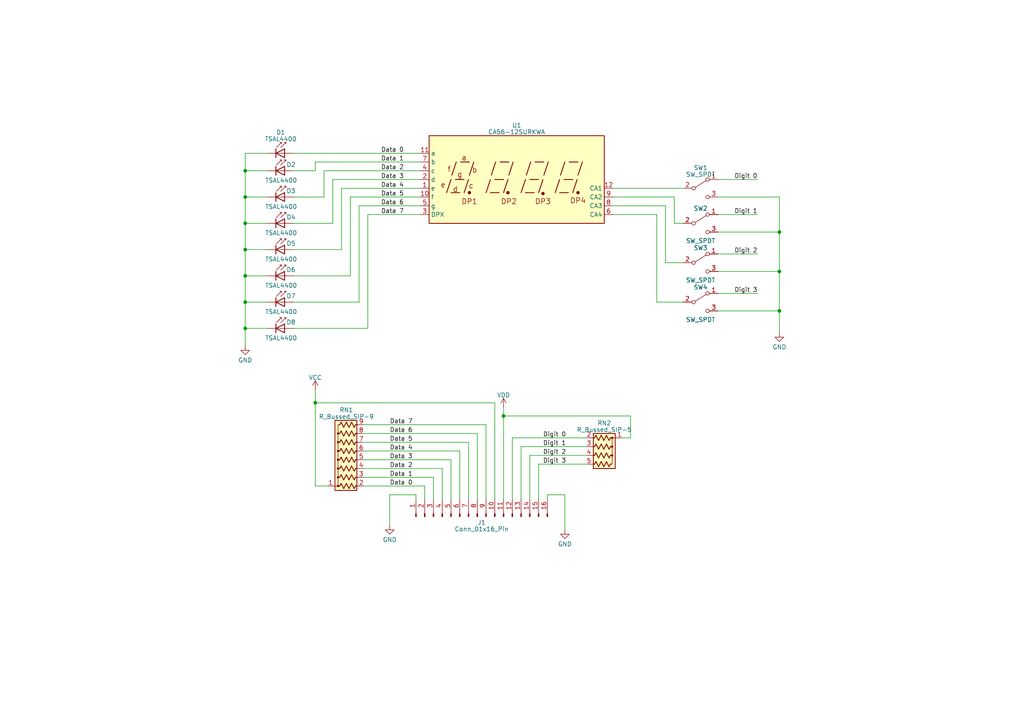
<source format=kicad_sch>
(kicad_sch (version 20230121) (generator eeschema)
  (paper "A4")
  (title_block (title "Output Display") (date "2023-03-08") (rev "1") (company "Out-of-Band Development") (comment 1 "Matthew Whited"))
  (lib_symbols
    (symbol "Connector:Conn_01x16_Pin" (pin_names (offset 1.016) hide)
      (property "Reference" "J" (at 0 20.32 0))
      (property "Value" "Conn_01x16_Pin" (at 0 -22.86 0))
      (symbol "Conn_01x16_Pin_1_1"
        (polyline (pts (xy 1.27 -20.32) (xy 0.8636 -20.32)) (stroke (width 0.1524)))
        (polyline (pts (xy 1.27 -17.78) (xy 0.8636 -17.78)) (stroke (width 0.1524)))
        (polyline (pts (xy 1.27 -15.24) (xy 0.8636 -15.24)) (stroke (width 0.1524)))
        (polyline (pts (xy 1.27 -12.7) (xy 0.8636 -12.7)) (stroke (width 0.1524)))
        (polyline (pts (xy 1.27 -10.16) (xy 0.8636 -10.16)) (stroke (width 0.1524)))
        (polyline (pts (xy 1.27 -7.62) (xy 0.8636 -7.62)) (stroke (width 0.1524)))
        (polyline (pts (xy 1.27 -5.08) (xy 0.8636 -5.08)) (stroke (width 0.1524)))
        (polyline (pts (xy 1.27 -2.54) (xy 0.8636 -2.54)) (stroke (width 0.1524)))
        (polyline (pts (xy 1.27 0) (xy 0.8636 0)) (stroke (width 0.1524)))
        (polyline (pts (xy 1.27 2.54) (xy 0.8636 2.54)) (stroke (width 0.1524)))
        (polyline (pts (xy 1.27 5.08) (xy 0.8636 5.08)) (stroke (width 0.1524)))
        (polyline (pts (xy 1.27 7.62) (xy 0.8636 7.62)) (stroke (width 0.1524)))
        (polyline (pts (xy 1.27 10.16) (xy 0.8636 10.16)) (stroke (width 0.1524)))
        (polyline (pts (xy 1.27 12.7) (xy 0.8636 12.7)) (stroke (width 0.1524)))
        (polyline (pts (xy 1.27 15.24) (xy 0.8636 15.24)) (stroke (width 0.1524)))
        (polyline (pts (xy 1.27 17.78) (xy 0.8636 17.78)) (stroke (width 0.1524)))
        (rectangle (start 0.8636 -20.193) (end 0 -20.447) (stroke (width 0.1524)) (fill (type outline)))
        (rectangle (start 0.8636 -17.653) (end 0 -17.907) (stroke (width 0.1524)) (fill (type outline)))
        (rectangle (start 0.8636 -15.113) (end 0 -15.367) (stroke (width 0.1524)) (fill (type outline)))
        (rectangle (start 0.8636 -12.573) (end 0 -12.827) (stroke (width 0.1524)) (fill (type outline)))
        (rectangle (start 0.8636 -10.033) (end 0 -10.287) (stroke (width 0.1524)) (fill (type outline)))
        (rectangle (start 0.8636 -7.493) (end 0 -7.747) (stroke (width 0.1524)) (fill (type outline)))
        (rectangle (start 0.8636 -4.953) (end 0 -5.207) (stroke (width 0.1524)) (fill (type outline)))
        (rectangle (start 0.8636 -2.413) (end 0 -2.667) (stroke (width 0.1524)) (fill (type outline)))
        (rectangle (start 0.8636 0.127) (end 0 -0.127) (stroke (width 0.1524)) (fill (type outline)))
        (rectangle (start 0.8636 2.667) (end 0 2.413) (stroke (width 0.1524)) (fill (type outline)))
        (rectangle (start 0.8636 5.207) (end 0 4.953) (stroke (width 0.1524)) (fill (type outline)))
        (rectangle (start 0.8636 7.747) (end 0 7.493) (stroke (width 0.1524)) (fill (type outline)))
        (rectangle (start 0.8636 10.287) (end 0 10.033) (stroke (width 0.1524)) (fill (type outline)))
        (rectangle (start 0.8636 12.827) (end 0 12.573) (stroke (width 0.1524)) (fill (type outline)))
        (rectangle (start 0.8636 15.367) (end 0 15.113) (stroke (width 0.1524)) (fill (type outline)))
        (rectangle (start 0.8636 17.907) (end 0 17.653) (stroke (width 0.1524)) (fill (type outline)))
        (pin passive line (at 5.08 17.78 180) (length 3.81) (name "Pin_1") (number "1"))
        (pin passive line (at 5.08 -5.08 180) (length 3.81) (name "Pin_10") (number "10"))
        (pin passive line (at 5.08 -7.62 180) (length 3.81) (name "Pin_11") (number "11"))
        (pin passive line (at 5.08 -10.16 180) (length 3.81) (name "Pin_12") (number "12"))
        (pin passive line (at 5.08 -12.7 180) (length 3.81) (name "Pin_13") (number "13"))
        (pin passive line (at 5.08 -15.24 180) (length 3.81) (name "Pin_14") (number "14"))
        (pin passive line (at 5.08 -17.78 180) (length 3.81) (name "Pin_15") (number "15"))
        (pin passive line (at 5.08 -20.32 180) (length 3.81) (name "Pin_16") (number "16"))
        (pin passive line (at 5.08 15.24 180) (length 3.81) (name "Pin_2") (number "2"))
        (pin passive line (at 5.08 12.7 180) (length 3.81) (name "Pin_3") (number "3"))
        (pin passive line (at 5.08 10.16 180) (length 3.81) (name "Pin_4") (number "4"))
        (pin passive line (at 5.08 7.62 180) (length 3.81) (name "Pin_5") (number "5"))
        (pin passive line (at 5.08 5.08 180) (length 3.81) (name "Pin_6") (number "6"))
        (pin passive line (at 5.08 2.54 180) (length 3.81) (name "Pin_7") (number "7"))
        (pin passive line (at 5.08 0 180) (length 3.81) (name "Pin_8") (number "8"))
        (pin passive line (at 5.08 -2.54 180) (length 3.81) (name "Pin_9") (number "9"))
      )
    )
    (symbol "Display_Character:CA56-12SURKWA"
      (property "Reference" "U" (at -24.13 13.97 0))
      (property "Value" "CA56-12SURKWA" (at 17.78 13.97 0))
      (symbol "CA56-12SURKWA_0_0"
        (rectangle (start -25.4 12.7) (end 25.4 -12.7) (stroke (width 0.254)) (fill (type background)))
        (polyline (pts (xy -20.32 -3.81) (xy -19.05 0)) (stroke (width 0.254)))
        (polyline (pts (xy -19.05 -3.81) (xy -16.51 -3.81)) (stroke (width 0.254)))
        (polyline (pts (xy -18.796 1.27) (xy -17.526 5.08)) (stroke (width 0.254)))
        (polyline (pts (xy -17.78 0) (xy -15.24 0)) (stroke (width 0.254)))
        (polyline (pts (xy -16.256 5.08) (xy -13.716 5.08)) (stroke (width 0.254)))
        (polyline (pts (xy -15.24 -3.81) (xy -13.97 0)) (stroke (width 0.254)))
        (polyline (pts (xy -13.716 1.27) (xy -12.446 5.08)) (stroke (width 0.254)))
        (polyline (pts (xy -8.89 -3.81) (xy -7.62 0)) (stroke (width 0.254)))
        (polyline (pts (xy -7.62 -3.81) (xy -5.08 -3.81)) (stroke (width 0.254)))
        (polyline (pts (xy -7.366 1.27) (xy -6.096 5.08)) (stroke (width 0.254)))
        (polyline (pts (xy -6.35 0) (xy -3.81 0)) (stroke (width 0.254)))
        (polyline (pts (xy -4.826 5.08) (xy -2.286 5.08)) (stroke (width 0.254)))
        (polyline (pts (xy -3.81 -3.81) (xy -2.54 0)) (stroke (width 0.254)))
        (polyline (pts (xy -2.286 1.27) (xy -1.016 5.08)) (stroke (width 0.254)))
        (polyline (pts (xy 1.27 -3.81) (xy 2.54 0)) (stroke (width 0.254)))
        (polyline (pts (xy 2.54 -3.81) (xy 5.08 -3.81)) (stroke (width 0.254)))
        (polyline (pts (xy 2.794 1.27) (xy 4.064 5.08)) (stroke (width 0.254)))
        (polyline (pts (xy 3.81 0) (xy 6.35 0)) (stroke (width 0.254)))
        (polyline (pts (xy 5.334 5.08) (xy 7.874 5.08)) (stroke (width 0.254)))
        (polyline (pts (xy 6.35 -3.81) (xy 7.62 0)) (stroke (width 0.254)))
        (polyline (pts (xy 7.874 1.27) (xy 9.144 5.08)) (stroke (width 0.254)))
        (polyline (pts (xy 11.176 -3.81) (xy 12.446 0)) (stroke (width 0.254)))
        (polyline (pts (xy 12.446 -3.81) (xy 14.986 -3.81)) (stroke (width 0.254)))
        (polyline (pts (xy 12.7 1.27) (xy 13.97 5.08)) (stroke (width 0.254)))
        (polyline (pts (xy 13.716 0) (xy 16.256 0)) (stroke (width 0.254)))
        (polyline (pts (xy 15.24 5.08) (xy 17.78 5.08)) (stroke (width 0.254)))
        (polyline (pts (xy 16.256 -3.81) (xy 17.526 0)) (stroke (width 0.254)))
        (polyline (pts (xy 17.78 1.27) (xy 19.05 5.08)) (stroke (width 0.254)))
        (text "a" (at -15.24 6.35 0) (effects (font (size 1.524 1.524))))
        (text "b" (at -12.192 2.794 0) (effects (font (size 1.524 1.524))))
        (text "c" (at -13.208 -1.778 0) (effects (font (size 1.524 1.524))))
        (text "d" (at -17.78 -2.794 0) (effects (font (size 1.524 1.524))))
        (text "DP1" (at -13.716 -6.35 0) (effects (font (size 1.524 1.524))))
        (text "DP2" (at -2.286 -6.35 0) (effects (font (size 1.524 1.524))))
        (text "DP3" (at 7.62 -6.35 0) (effects (font (size 1.524 1.524))))
        (text "DP4" (at 17.78 -6.096 0) (effects (font (size 1.524 1.524))))
        (text "e" (at -21.336 -1.524 0) (effects (font (size 1.524 1.524))))
        (text "f" (at -19.558 3.048 0) (effects (font (size 1.524 1.524))))
        (text "g" (at -16.51 1.524 0) (effects (font (size 1.524 1.524))))
      )
      (symbol "CA56-12SURKWA_0_1"
        (circle (center -13.716 -3.81) (radius 0.3556) (stroke (width 0.254)) (fill (type outline)))
        (circle (center -2.54 -3.81) (radius 0.3556) (stroke (width 0.254)) (fill (type outline)))
      )
      (symbol "CA56-12SURKWA_1_0"
        (circle (center 7.62 -4.064) (radius 0.3556) (stroke (width 0.254)) (fill (type outline)))
        (circle (center 17.78 -3.81) (radius 0.3556) (stroke (width 0.254)) (fill (type outline)))
      )
      (symbol "CA56-12SURKWA_1_1"
        (pin input line (at -27.94 -2.54 0) (length 2.54) (name "e") (number "1"))
        (pin input line (at -27.94 -5.08 0) (length 2.54) (name "f") (number "10"))
        (pin input line (at -27.94 7.62 0) (length 2.54) (name "a") (number "11"))
        (pin input line (at 27.94 -2.54 180) (length 2.54) (name "CA1") (number "12"))
        (pin input line (at -27.94 0 0) (length 2.54) (name "d") (number "2"))
        (pin input line (at -27.94 -10.16 0) (length 2.54) (name "DPX") (number "3"))
        (pin input line (at -27.94 2.54 0) (length 2.54) (name "c") (number "4"))
        (pin input line (at -27.94 -7.62 0) (length 2.54) (name "g") (number "5"))
        (pin input line (at 27.94 -10.16 180) (length 2.54) (name "CA4") (number "6"))
        (pin input line (at -27.94 5.08 0) (length 2.54) (name "b") (number "7"))
        (pin input line (at 27.94 -7.62 180) (length 2.54) (name "CA3") (number "8"))
        (pin input line (at 27.94 -5.08 180) (length 2.54) (name "CA2") (number "9"))
      )
    )
    (symbol "LED:TSAL4400" (pin_numbers hide) (pin_names (offset 1.016) hide)
      (property "Reference" "D" (at 0.508 1.778 0))
      (property "Value" "TSAL4400" (at -1.016 -2.794 0))
      (symbol "TSAL4400_0_1"
        (polyline (pts (xy -2.54 1.27) (xy -2.54 -1.27)) (stroke (width 0.254)))
        (polyline (pts (xy 0 0) (xy -2.54 0)))
        (polyline (pts (xy 0.381 3.175) (xy -0.127 3.175)))
        (polyline (pts (xy -1.143 1.651) (xy 0.381 3.175) (xy 0.381 2.667)))
        (polyline (pts (xy 0 1.27) (xy -2.54 0) (xy 0 -1.27) (xy 0 1.27)) (stroke (width 0.254)))
        (polyline (pts (xy -2.413 1.651) (xy -0.889 3.175) (xy -0.889 2.667) (xy -0.889 3.175) (xy -1.397 3.175)))
      )
      (symbol "TSAL4400_1_1"
        (pin passive line (at -5.08 0 0) (length 2.54) (name "K") (number "1"))
        (pin passive line (at 2.54 0 180) (length 2.54) (name "A") (number "2"))
      )
    )
    (symbol "PCM_Resistor_US_AKL:R_Bussed_SIP-5" (pin_names (offset 0.002) hide)
      (property "Reference" "RN" (at 5.08 1.27 0))
      (property "Value" "R_Bussed_SIP-5" (at 5.08 -1.27 0))
      (symbol "R_Bussed_SIP-5_0_1"
        (rectangle (start -6.35 -3.175) (end 3.81 3.175) (stroke (width 0.254)) (fill (type background)))
        (circle (center -5.08 2.286) (radius 0.254) (fill (type outline)))
        (circle (center -2.54 2.286) (radius 0.254) (fill (type outline)))
        (polyline (pts (xy -5.08 -2.794) (xy -5.08 -3.81)))
        (polyline (pts (xy -5.08 -2.794) (xy -5.08 -3.048)) (stroke (width 0.254)))
        (polyline (pts (xy -5.08 1.778) (xy -5.08 2.032)) (stroke (width 0.254)))
        (polyline (pts (xy -5.08 3.81) (xy -5.08 2.54)))
        (polyline (pts (xy -2.54 -2.794) (xy -2.54 -3.81)))
        (polyline (pts (xy -2.54 -2.794) (xy -2.54 -3.048)) (stroke (width 0.254)))
        (polyline (pts (xy -2.54 1.778) (xy -2.54 2.032)) (stroke (width 0.254)))
        (polyline (pts (xy 0 -2.794) (xy 0 -3.81)))
        (polyline (pts (xy 0 -2.794) (xy 0 -3.048)) (stroke (width 0.254)))
        (polyline (pts (xy 0 1.778) (xy 0 2.032)) (stroke (width 0.254)))
        (polyline (pts (xy 2.54 -2.794) (xy 2.54 -3.81)))
        (polyline (pts (xy 2.54 -2.794) (xy 2.54 -3.048)) (stroke (width 0.254)))
        (polyline (pts (xy 2.54 1.778) (xy 2.54 2.032)) (stroke (width 0.254)))
        (polyline (pts (xy -5.08 1.778) (xy -5.08 2.286) (xy -2.54 2.286) (xy -2.54 1.778)))
        (polyline (pts (xy -2.54 1.778) (xy -2.54 2.286) (xy 0 2.286) (xy 0 1.778)))
        (polyline (pts (xy 0 1.778) (xy 0 2.286) (xy 2.54 2.286) (xy 2.54 1.778)))
        (polyline (pts (xy -5.08 1.778) (xy -4.318 1.397) (xy -5.842 0.635) (xy -5.08 0.254) (xy -4.318 -0.127) (xy -5.08 -0.508) (xy -5.842 -0.889) (xy -5.08 -1.27) (xy -4.318 -1.651) (xy -5.08 -2.032) (xy -5.842 -2.413) (xy -5.08 -2.794)) (stroke (width 0.254)))
        (polyline (pts (xy -2.54 1.778) (xy -1.778 1.397) (xy -3.302 0.635) (xy -2.54 0.254) (xy -1.778 -0.127) (xy -2.54 -0.508) (xy -3.302 -0.889) (xy -2.54 -1.27) (xy -1.778 -1.651) (xy -2.54 -2.032) (xy -3.302 -2.413) (xy -2.54 -2.794)) (stroke (width 0.254)))
        (polyline (pts (xy 0 1.778) (xy 0.762 1.397) (xy -0.762 0.635) (xy 0 0.254) (xy 0.762 -0.127) (xy 0 -0.508) (xy -0.762 -0.889) (xy 0 -1.27) (xy 0.762 -1.651) (xy 0 -2.032) (xy -0.762 -2.413) (xy 0 -2.794)) (stroke (width 0.254)))
        (polyline (pts (xy 2.54 1.778) (xy 3.302 1.397) (xy 1.778 0.635) (xy 2.54 0.254) (xy 3.302 -0.127) (xy 2.54 -0.508) (xy 1.778 -0.889) (xy 2.54 -1.27) (xy 3.302 -1.651) (xy 2.54 -2.032) (xy 1.778 -2.413) (xy 2.54 -2.794)) (stroke (width 0.254)))
        (circle (center 0 2.286) (radius 0.254) (fill (type outline)))
      )
      (symbol "R_Bussed_SIP-5_1_1"
        (pin passive line (at -5.08 5.08 270) (length 1.27) (name "common") (number "1"))
        (pin passive line (at -5.08 -5.08 90) (length 1.27) (name "R1") (number "2"))
        (pin passive line (at -2.54 -5.08 90) (length 1.27) (name "R2") (number "3"))
        (pin passive line (at 0 -5.08 90) (length 1.27) (name "R3") (number "4"))
        (pin passive line (at 2.54 -5.08 90) (length 1.27) (name "R4") (number "5"))
      )
    )
    (symbol "PCM_Resistor_US_AKL:R_Bussed_SIP-9" (pin_names (offset 0.002) hide)
      (property "Reference" "RN" (at 10.16 1.27 0))
      (property "Value" "R_Bussed_SIP-9" (at 10.16 -1.27 0))
      (symbol "R_Bussed_SIP-9_0_1"
        (rectangle (start -11.43 -3.175) (end 8.89 3.175) (stroke (width 0.254)) (fill (type background)))
        (circle (center -10.16 2.286) (radius 0.254) (fill (type outline)))
        (circle (center -7.62 2.286) (radius 0.254) (fill (type outline)))
        (circle (center -5.08 2.286) (radius 0.254) (fill (type outline)))
        (circle (center -2.54 2.286) (radius 0.254) (fill (type outline)))
        (polyline (pts (xy -10.16 -2.794) (xy -10.16 -3.81)))
        (polyline (pts (xy -10.16 -2.794) (xy -10.16 -3.048)) (stroke (width 0.254)))
        (polyline (pts (xy -10.16 1.778) (xy -10.16 2.032)) (stroke (width 0.254)))
        (polyline (pts (xy -10.16 3.81) (xy -10.16 2.54)))
        (polyline (pts (xy -7.62 -2.794) (xy -7.62 -4.064)))
        (polyline (pts (xy -7.62 -2.794) (xy -7.62 -3.048)) (stroke (width 0.254)))
        (polyline (pts (xy -7.62 1.778) (xy -7.62 2.032)) (stroke (width 0.254)))
        (polyline (pts (xy -5.08 -2.794) (xy -5.08 -3.81)))
        (polyline (pts (xy -5.08 -2.794) (xy -5.08 -3.048)) (stroke (width 0.254)))
        (polyline (pts (xy -5.08 1.778) (xy -5.08 2.032)) (stroke (width 0.254)))
        (polyline (pts (xy -2.54 -2.794) (xy -2.54 -3.81)))
        (polyline (pts (xy -2.54 -2.794) (xy -2.54 -3.048)) (stroke (width 0.254)))
        (polyline (pts (xy -2.54 1.778) (xy -2.54 2.032)) (stroke (width 0.254)))
        (polyline (pts (xy 0 -2.794) (xy 0 -3.81)))
        (polyline (pts (xy 0 -2.794) (xy 0 -3.048)) (stroke (width 0.254)))
        (polyline (pts (xy 0 1.778) (xy 0 2.032)) (stroke (width 0.254)))
        (polyline (pts (xy 2.54 -2.794) (xy 2.54 -3.81)))
        (polyline (pts (xy 2.54 -2.794) (xy 2.54 -3.048)) (stroke (width 0.254)))
        (polyline (pts (xy 2.54 1.778) (xy 2.54 2.032)) (stroke (width 0.254)))
        (polyline (pts (xy 5.08 -2.794) (xy 5.08 -3.81)))
        (polyline (pts (xy 5.08 -2.794) (xy 5.08 -3.048)) (stroke (width 0.254)))
        (polyline (pts (xy 5.08 1.778) (xy 5.08 2.032)) (stroke (width 0.254)))
        (polyline (pts (xy 7.62 -2.794) (xy 7.62 -3.81)))
        (polyline (pts (xy 7.62 -2.794) (xy 7.62 -3.048)) (stroke (width 0.254)))
        (polyline (pts (xy 7.62 1.778) (xy 7.62 2.032)) (stroke (width 0.254)))
        (polyline (pts (xy -10.16 1.778) (xy -10.16 2.286) (xy -7.62 2.286) (xy -7.62 1.778)))
        (polyline (pts (xy -7.62 1.778) (xy -7.62 2.286) (xy -5.08 2.286) (xy -5.08 1.778)))
        (polyline (pts (xy -5.08 1.778) (xy -5.08 2.286) (xy -2.54 2.286) (xy -2.54 1.778)))
        (polyline (pts (xy -2.54 1.778) (xy -2.54 2.286) (xy 0 2.286) (xy 0 1.778)))
        (polyline (pts (xy 0 1.778) (xy 0 2.286) (xy 2.54 2.286) (xy 2.54 1.778)))
        (polyline (pts (xy 2.54 1.778) (xy 2.54 2.286) (xy 5.08 2.286) (xy 5.08 1.778)))
        (polyline (pts (xy 5.08 1.778) (xy 5.08 2.286) (xy 7.62 2.286) (xy 7.62 1.778)))
        (polyline (pts (xy -10.16 1.778) (xy -9.398 1.397) (xy -10.922 0.635) (xy -10.16 0.254) (xy -9.398 -0.127) (xy -10.16 -0.508) (xy -10.922 -0.889) (xy -10.16 -1.27) (xy -9.398 -1.651) (xy -10.16 -2.032) (xy -10.922 -2.413) (xy -10.16 -2.794)) (stroke (width 0.254)))
        (polyline (pts (xy -7.62 1.778) (xy -6.858 1.397) (xy -8.382 0.635) (xy -7.62 0.254) (xy -6.858 -0.127) (xy -7.62 -0.508) (xy -8.382 -0.889) (xy -7.62 -1.27) (xy -6.858 -1.651) (xy -7.62 -2.032) (xy -8.382 -2.413) (xy -7.62 -2.794)) (stroke (width 0.254)))
        (polyline (pts (xy -5.08 1.778) (xy -4.318 1.397) (xy -5.842 0.635) (xy -5.08 0.254) (xy -4.318 -0.127) (xy -5.08 -0.508) (xy -5.842 -0.889) (xy -5.08 -1.27) (xy -4.318 -1.651) (xy -5.08 -2.032) (xy -5.842 -2.413) (xy -5.08 -2.794)) (stroke (width 0.254)))
        (polyline (pts (xy -2.54 1.778) (xy -1.778 1.397) (xy -3.302 0.635) (xy -2.54 0.254) (xy -1.778 -0.127) (xy -2.54 -0.508) (xy -3.302 -0.889) (xy -2.54 -1.27) (xy -1.778 -1.651) (xy -2.54 -2.032) (xy -3.302 -2.413) (xy -2.54 -2.794)) (stroke (width 0.254)))
        (polyline (pts (xy 0 1.778) (xy 0.762 1.397) (xy -0.762 0.635) (xy 0 0.254) (xy 0.762 -0.127) (xy 0 -0.508) (xy -0.762 -0.889) (xy 0 -1.27) (xy 0.762 -1.651) (xy 0 -2.032) (xy -0.762 -2.413) (xy 0 -2.794)) (stroke (width 0.254)))
        (polyline (pts (xy 2.54 1.778) (xy 3.302 1.397) (xy 1.778 0.635) (xy 2.54 0.254) (xy 3.302 -0.127) (xy 2.54 -0.508) (xy 1.778 -0.889) (xy 2.54 -1.27) (xy 3.302 -1.651) (xy 2.54 -2.032) (xy 1.778 -2.413) (xy 2.54 -2.794)) (stroke (width 0.254)))
        (polyline (pts (xy 5.08 1.778) (xy 5.842 1.397) (xy 4.318 0.635) (xy 5.08 0.254) (xy 5.842 -0.127) (xy 5.08 -0.508) (xy 4.318 -0.889) (xy 5.08 -1.27) (xy 5.842 -1.651) (xy 5.08 -2.032) (xy 4.318 -2.413) (xy 5.08 -2.794)) (stroke (width 0.254)))
        (polyline (pts (xy 7.62 1.778) (xy 8.382 1.397) (xy 6.858 0.635) (xy 7.62 0.254) (xy 8.382 -0.127) (xy 7.62 -0.508) (xy 6.858 -0.889) (xy 7.62 -1.27) (xy 8.382 -1.651) (xy 7.62 -2.032) (xy 6.858 -2.413) (xy 7.62 -2.794)) (stroke (width 0.254)))
        (circle (center 0 2.286) (radius 0.254) (fill (type outline)))
        (circle (center 2.54 2.286) (radius 0.254) (fill (type outline)))
        (circle (center 5.08 2.286) (radius 0.254) (fill (type outline)))
      )
      (symbol "R_Bussed_SIP-9_1_1"
        (pin passive line (at -10.16 5.08 270) (length 1.27) (name "common") (number "1"))
        (pin passive line (at -10.16 -5.08 90) (length 1.27) (name "R1") (number "2"))
        (pin passive line (at -7.62 -5.08 90) (length 1.27) (name "R2") (number "3"))
        (pin passive line (at -5.08 -5.08 90) (length 1.27) (name "R3") (number "4"))
        (pin passive line (at -2.54 -5.08 90) (length 1.27) (name "R4") (number "5"))
        (pin passive line (at 0 -5.08 90) (length 1.27) (name "R5") (number "6"))
        (pin passive line (at 2.54 -5.08 90) (length 1.27) (name "R6") (number "7"))
        (pin passive line (at 5.08 -5.08 90) (length 1.27) (name "R7") (number "8"))
        (pin passive line (at 7.62 -5.08 90) (length 1.27) (name "R8") (number "9"))
      )
    )
    (symbol "Switch:SW_SPDT" (pin_names (offset 0) hide)
      (property "Reference" "SW" (at 0 4.318 0))
      (property "Value" "SW_SPDT" (at 0 -5.08 0))
      (symbol "SW_SPDT_0_0"
        (circle (center -2.032 0) (radius 0.508))
        (circle (center 2.032 -2.54) (radius 0.508))
      )
      (symbol "SW_SPDT_0_1"
        (polyline (pts (xy -1.524 0.254) (xy 1.651 2.286)))
        (circle (center 2.032 2.54) (radius 0.508))
      )
      (symbol "SW_SPDT_1_1"
        (pin passive line (at 5.08 2.54 180) (length 2.54) (name "A") (number "1"))
        (pin passive line (at -5.08 0 0) (length 2.54) (name "B") (number "2"))
        (pin passive line (at 5.08 -2.54 180) (length 2.54) (name "C") (number "3"))
      )
    )
    (symbol "power:GND" (power) (pin_names (offset 0))
      (property "Value" "GND" (at 0 -3.81 0))
      (symbol "GND_0_1"
        (polyline (pts (xy 0 0) (xy 0 -1.27) (xy 1.27 -1.27) (xy 0 -2.54) (xy -1.27 -1.27) (xy 0 -1.27)))
      )
      (symbol "GND_1_1"
        (pin power_in line (at 0 0 270) (length 0) hide (name "GND") (number "1"))
      )
    )
    (symbol "power:VCC" (power) (pin_names (offset 0))
      (property "Value" "VCC" (at 0 3.81 0))
      (symbol "VCC_0_1"
        (polyline (pts (xy -0.762 1.27) (xy 0 2.54)))
        (polyline (pts (xy 0 0) (xy 0 2.54)))
        (polyline (pts (xy 0 2.54) (xy 0.762 1.27)))
      )
      (symbol "VCC_1_1"
        (pin power_in line (at 0 0 90) (length 0) hide (name "VCC") (number "1"))
      )
    )
    (symbol "power:VDD" (power) (pin_names (offset 0))
      (property "Value" "VDD" (at 0 3.81 0))
      (symbol "VDD_0_1"
        (polyline (pts (xy -0.762 1.27) (xy 0 2.54)))
        (polyline (pts (xy 0 0) (xy 0 2.54)))
        (polyline (pts (xy 0 2.54) (xy 0.762 1.27)))
      )
      (symbol "VDD_1_1"
        (pin power_in line (at 0 0 90) (length 0) hide (name "VDD") (number "1"))
      )
    )
  )
  (junction (at 226.06 67.31))
  (junction (at 71.12 49.53))
  (junction (at 71.12 80.01))
  (junction (at 71.12 87.63))
  (junction (at 91.44 116.84))
  (junction (at 71.12 72.39))
  (junction (at 146.05 120.65))
  (junction (at 71.12 95.25))
  (junction (at 226.06 78.74))
  (junction (at 226.06 90.17))
  (junction (at 71.12 57.15))
  (junction (at 71.12 64.77))
  (wire (pts (xy 133.35 144.78) (xy 133.35 130.81)))
  (wire (pts (xy 208.28 67.31) (xy 226.06 67.31)))
  (wire (pts (xy 226.06 67.31) (xy 226.06 57.15)))
  (wire (pts (xy 123.19 140.97) (xy 123.19 144.78)))
  (wire (pts (xy 121.92 57.15) (xy 101.6 57.15)))
  (wire (pts (xy 93.98 49.53) (xy 93.98 57.15)))
  (wire (pts (xy 190.5 62.23) (xy 190.5 87.63)))
  (wire (pts (xy 71.12 87.63) (xy 77.47 87.63)))
  (wire (pts (xy 121.92 59.69) (xy 104.14 59.69)))
  (wire (pts (xy 91.44 46.99) (xy 91.44 49.53)))
  (wire (pts (xy 105.41 128.27) (xy 135.89 128.27)))
  (wire (pts (xy 170.18 134.62) (xy 156.21 134.62)))
  (wire (pts (xy 146.05 120.65) (xy 182.88 120.65)))
  (wire (pts (xy 120.65 144.78) (xy 120.65 143.51)))
  (wire (pts (xy 125.73 144.78) (xy 125.73 138.43)))
  (wire (pts (xy 85.09 44.45) (xy 121.92 44.45)))
  (wire (pts (xy 193.04 76.2) (xy 198.12 76.2)))
  (wire (pts (xy 138.43 144.78) (xy 138.43 125.73)))
  (wire (pts (xy 121.92 49.53) (xy 93.98 49.53)))
  (wire (pts (xy 120.65 143.51) (xy 113.03 143.51)))
  (wire (pts (xy 91.44 49.53) (xy 85.09 49.53)))
  (wire (pts (xy 151.13 129.54) (xy 151.13 144.78)))
  (wire (pts (xy 91.44 140.97) (xy 95.25 140.97)))
  (wire (pts (xy 148.59 127) (xy 148.59 144.78)))
  (wire (pts (xy 99.06 54.61) (xy 99.06 72.39)))
  (wire (pts (xy 226.06 57.15) (xy 208.28 57.15)))
  (wire (pts (xy 106.68 95.25) (xy 85.09 95.25)))
  (wire (pts (xy 71.12 72.39) (xy 71.12 64.77)))
  (wire (pts (xy 208.28 52.07) (xy 219.71 52.07)))
  (wire (pts (xy 105.41 125.73) (xy 138.43 125.73)))
  (wire (pts (xy 91.44 116.84) (xy 91.44 140.97)))
  (wire (pts (xy 226.06 90.17) (xy 226.06 78.74)))
  (wire (pts (xy 146.05 118.11) (xy 146.05 120.65)))
  (wire (pts (xy 170.18 127) (xy 148.59 127)))
  (wire (pts (xy 158.75 143.51) (xy 163.83 143.51)))
  (wire (pts (xy 91.44 113.03) (xy 91.44 116.84)))
  (wire (pts (xy 71.12 49.53) (xy 71.12 44.45)))
  (wire (pts (xy 71.12 72.39) (xy 77.47 72.39)))
  (wire (pts (xy 140.97 123.19) (xy 140.97 144.78)))
  (wire (pts (xy 208.28 73.66) (xy 219.71 73.66)))
  (wire (pts (xy 105.41 140.97) (xy 123.19 140.97)))
  (wire (pts (xy 195.58 57.15) (xy 195.58 64.77)))
  (wire (pts (xy 128.27 135.89) (xy 105.41 135.89)))
  (wire (pts (xy 177.8 54.61) (xy 198.12 54.61)))
  (wire (pts (xy 195.58 64.77) (xy 198.12 64.77)))
  (wire (pts (xy 121.92 62.23) (xy 106.68 62.23)))
  (wire (pts (xy 93.98 57.15) (xy 85.09 57.15)))
  (wire (pts (xy 208.28 90.17) (xy 226.06 90.17)))
  (wire (pts (xy 143.51 144.78) (xy 143.51 116.84)))
  (wire (pts (xy 71.12 80.01) (xy 71.12 72.39)))
  (wire (pts (xy 156.21 134.62) (xy 156.21 144.78)))
  (wire (pts (xy 121.92 54.61) (xy 99.06 54.61)))
  (wire (pts (xy 128.27 144.78) (xy 128.27 135.89)))
  (wire (pts (xy 71.12 100.33) (xy 71.12 95.25)))
  (wire (pts (xy 133.35 130.81) (xy 105.41 130.81)))
  (wire (pts (xy 71.12 64.77) (xy 71.12 57.15)))
  (wire (pts (xy 125.73 138.43) (xy 105.41 138.43)))
  (wire (pts (xy 121.92 46.99) (xy 91.44 46.99)))
  (wire (pts (xy 193.04 59.69) (xy 193.04 76.2)))
  (wire (pts (xy 85.09 64.77) (xy 96.52 64.77)))
  (wire (pts (xy 182.88 127) (xy 180.34 127)))
  (wire (pts (xy 101.6 57.15) (xy 101.6 80.01)))
  (wire (pts (xy 71.12 49.53) (xy 77.47 49.53)))
  (wire (pts (xy 163.83 143.51) (xy 163.83 153.67)))
  (wire (pts (xy 177.8 57.15) (xy 195.58 57.15)))
  (wire (pts (xy 208.28 62.23) (xy 219.71 62.23)))
  (wire (pts (xy 71.12 95.25) (xy 77.47 95.25)))
  (wire (pts (xy 177.8 62.23) (xy 190.5 62.23)))
  (wire (pts (xy 71.12 64.77) (xy 77.47 64.77)))
  (wire (pts (xy 96.52 52.07) (xy 121.92 52.07)))
  (wire (pts (xy 208.28 85.09) (xy 219.71 85.09)))
  (wire (pts (xy 153.67 132.08) (xy 153.67 144.78)))
  (wire (pts (xy 208.28 78.74) (xy 226.06 78.74)))
  (wire (pts (xy 71.12 57.15) (xy 77.47 57.15)))
  (wire (pts (xy 105.41 123.19) (xy 140.97 123.19)))
  (wire (pts (xy 135.89 128.27) (xy 135.89 144.78)))
  (wire (pts (xy 226.06 78.74) (xy 226.06 67.31)))
  (wire (pts (xy 104.14 59.69) (xy 104.14 87.63)))
  (wire (pts (xy 105.41 133.35) (xy 130.81 133.35)))
  (wire (pts (xy 182.88 120.65) (xy 182.88 127)))
  (wire (pts (xy 226.06 96.52) (xy 226.06 90.17)))
  (wire (pts (xy 177.8 59.69) (xy 193.04 59.69)))
  (wire (pts (xy 170.18 132.08) (xy 153.67 132.08)))
  (wire (pts (xy 106.68 62.23) (xy 106.68 95.25)))
  (wire (pts (xy 71.12 44.45) (xy 77.47 44.45)))
  (wire (pts (xy 99.06 72.39) (xy 85.09 72.39)))
  (wire (pts (xy 130.81 133.35) (xy 130.81 144.78)))
  (wire (pts (xy 146.05 120.65) (xy 146.05 144.78)))
  (wire (pts (xy 71.12 80.01) (xy 77.47 80.01)))
  (wire (pts (xy 158.75 144.78) (xy 158.75 143.51)))
  (wire (pts (xy 143.51 116.84) (xy 91.44 116.84)))
  (wire (pts (xy 170.18 129.54) (xy 151.13 129.54)))
  (wire (pts (xy 71.12 87.63) (xy 71.12 80.01)))
  (wire (pts (xy 104.14 87.63) (xy 85.09 87.63)))
  (wire (pts (xy 113.03 143.51) (xy 113.03 152.4)))
  (wire (pts (xy 71.12 95.25) (xy 71.12 87.63)))
  (wire (pts (xy 101.6 80.01) (xy 85.09 80.01)))
  (wire (pts (xy 71.12 57.15) (xy 71.12 49.53)))
  (wire (pts (xy 96.52 64.77) (xy 96.52 52.07)))
  (wire (pts (xy 190.5 87.63) (xy 198.12 87.63)))
  (label "Digit 2" (at 157.48 132.08 0))
  (label "Data 1" (at 110.49 46.99 0))
  (label "Digit 3" (at 157.48 134.62 0))
  (label "Digit 3" (at 219.71 85.09 180))
  (label "Data 0" (at 113.03 140.97 0))
  (label "Digit 0" (at 157.48 127 0))
  (label "Data 4" (at 113.03 130.81 0))
  (label "Data 3" (at 110.49 52.07 0))
  (label "Digit 0" (at 219.71 52.07 180))
  (label "Data 0" (at 110.49 44.45 0))
  (label "Data 1" (at 113.03 138.43 0))
  (label "Data 7" (at 113.03 123.19 0))
  (label "Data 5" (at 110.49 57.15 0))
  (label "Digit 2" (at 219.71 73.66 180))
  (label "Data 5" (at 113.03 128.27 0))
  (label "Data 6" (at 113.03 125.73 0))
  (label "Data 2" (at 110.49 49.53 0))
  (label "Data 6" (at 110.49 59.69 0))
  (label "Data 7" (at 110.49 62.23 0))
  (label "Digit 1" (at 219.71 62.23 180))
  (label "Data 3" (at 113.03 133.35 0))
  (label "Data 2" (at 113.03 135.89 0))
  (label "Digit 1" (at 157.48 129.54 0))
  (label "Data 4" (at 110.49 54.61 0))
  (symbol (lib_id "power:GND") (at 113.03 152.4 0) (unit 1)
    (property "Reference" "#PWR04" (effects hide))
    (property "Value" "GND" (at 113.03 156.5355 0))
  )
  (symbol (lib_id "LED:TSAL4400") (at 82.55 57.15 0) (unit 1)
    (property "Reference" "D3" (at 83.058 55.372 0) (effects (justify left)))
    (property "Value" "TSAL4400" (at 81.534 59.944 0))
    (property "Footprint" "LED_THT:LED_D3.0mm_IRBlack" (effects hide))
    (property "Datasheet" "http://www.vishay.com/docs/81006/tsal4400.pdf" (effects hide))
  )
  (symbol (lib_id "PCM_Resistor_US_AKL:R_Bussed_SIP-5") (at 175.26 132.08 270) (unit 1)
    (property "Reference" "RN2" (at 175.26 122.7201 90))
    (property "Value" "R_Bussed_SIP-5" (at 175.26 124.6411 90))
    (property "Footprint" "Resistor_THT_US_AKL:R_Array_SIP5_BigPads" (effects hide))
  )
  (symbol (lib_id "power:GND") (at 226.06 96.52 0) (unit 1)
    (property "Reference" "#PWR06" (effects hide))
    (property "Value" "GND" (at 226.06 100.6555 0))
  )
  (symbol (lib_id "Connector:Conn_01x16_Pin") (at 138.43 149.86 90) (unit 1)
    (property "Reference" "J1" (at 139.7 151.5317 90))
    (property "Value" "Conn_01x16_Pin" (at 139.7 153.4527 90))
  )
  (symbol (lib_id "power:GND") (at 71.12 100.33 0) (unit 1)
    (property "Reference" "#PWR03" (effects hide))
    (property "Value" "GND" (at 71.12 104.4655 0))
  )
  (symbol (lib_id "power:VDD") (at 146.05 118.11 0) (unit 1)
    (property "Reference" "#PWR02" (effects hide))
    (property "Value" "VDD" (at 146.05 114.6081 0))
  )
  (symbol (lib_id "power:GND") (at 163.83 153.67 0) (unit 1)
    (property "Reference" "#PWR05" (effects hide))
    (property "Value" "GND" (at 163.83 157.8055 0))
  )
  (symbol (lib_id "Switch:SW_SPDT") (at 203.2 76.2 0) (unit 1)
    (property "Reference" "SW3" (at 203.2 71.882 0))
    (property "Value" "SW_SPDT" (at 203.2 81.28 0))
  )
  (symbol (lib_id "LED:TSAL4400") (at 82.55 64.77 0) (unit 1)
    (property "Reference" "D4" (at 83.058 62.992 0) (effects (justify left)))
    (property "Value" "TSAL4400" (at 81.534 67.564 0))
    (property "Footprint" "LED_THT:LED_D3.0mm_IRBlack" (effects hide))
    (property "Datasheet" "http://www.vishay.com/docs/81006/tsal4400.pdf" (effects hide))
  )
  (symbol (lib_id "Switch:SW_SPDT") (at 203.2 87.63 0) (unit 1)
    (property "Reference" "SW4" (at 203.2 83.312 0))
    (property "Value" "SW_SPDT" (at 203.2 92.71 0))
  )
  (symbol (lib_id "Display_Character:CA56-12SURKWA") (at 149.86 52.07 0) (unit 1)
    (property "Reference" "U1" (at 149.86 36.3601 0))
    (property "Value" "CA56-12SURKWA" (at 149.86 38.2811 0))
    (property "Footprint" "Display_7Segment:CA56-12SURKWA" (effects hide))
    (property "Datasheet" "http://www.kingbright.com/attachments/file/psearch/000/00/00/CA56-12SURKWA(Ver.8A).pdf" (effects hide))
  )
  (symbol (lib_id "LED:TSAL4400") (at 82.55 80.01 0) (unit 1)
    (property "Reference" "D6" (at 83.058 78.232 0) (effects (justify left)))
    (property "Value" "TSAL4400" (at 81.534 82.804 0))
    (property "Footprint" "LED_THT:LED_D3.0mm_IRBlack" (effects hide))
    (property "Datasheet" "http://www.vishay.com/docs/81006/tsal4400.pdf" (effects hide))
  )
  (symbol (lib_id "LED:TSAL4400") (at 82.55 49.53 0) (unit 1)
    (property "Reference" "D2" (at 83.058 47.752 0) (effects (justify left)))
    (property "Value" "TSAL4400" (at 81.534 52.324 0))
    (property "Footprint" "LED_THT:LED_D3.0mm_IRBlack" (effects hide))
    (property "Datasheet" "http://www.vishay.com/docs/81006/tsal4400.pdf" (effects hide))
  )
  (symbol (lib_id "power:VCC") (at 91.44 113.03 0) (unit 1)
    (property "Reference" "#PWR01" (effects hide))
    (property "Value" "VCC" (at 91.44 109.5281 0))
  )
  (symbol (lib_id "Switch:SW_SPDT") (at 203.2 54.61 0) (unit 1)
    (property "Reference" "SW1" (at 203.2 48.6791 0))
    (property "Value" "SW_SPDT" (at 203.2 50.6001 0))
  )
  (symbol (lib_id "LED:TSAL4400") (at 82.55 44.45 0) (unit 1)
    (property "Reference" "D1" (at 81.407 38.3921 0))
    (property "Value" "TSAL4400" (at 81.407 40.3131 0))
    (property "Footprint" "LED_THT:LED_D3.0mm_IRBlack" (effects hide))
    (property "Datasheet" "http://www.vishay.com/docs/81006/tsal4400.pdf" (effects hide))
  )
  (symbol (lib_id "LED:TSAL4400") (at 82.55 72.39 0) (unit 1)
    (property "Reference" "D5" (at 83.058 70.612 0) (effects (justify left)))
    (property "Value" "TSAL4400" (at 81.534 75.184 0))
    (property "Footprint" "LED_THT:LED_D3.0mm_IRBlack" (effects hide))
    (property "Datasheet" "http://www.vishay.com/docs/81006/tsal4400.pdf" (effects hide))
  )
  (symbol (lib_id "PCM_Resistor_US_AKL:R_Bussed_SIP-9") (at 100.33 130.81 90) (unit 1)
    (property "Reference" "RN1" (at 100.457 118.9101 90))
    (property "Value" "R_Bussed_SIP-9" (at 100.457 120.8311 90))
    (property "Footprint" "Resistor_THT_US_AKL:R_Array_SIP9_BigPads" (effects hide))
  )
  (symbol (lib_id "Switch:SW_SPDT") (at 203.2 64.77 0) (unit 1)
    (property "Reference" "SW2" (at 203.2 60.452 0))
    (property "Value" "SW_SPDT" (at 203.2 69.85 0))
  )
  (symbol (lib_id "LED:TSAL4400") (at 82.55 87.63 0) (unit 1)
    (property "Reference" "D7" (at 83.058 85.852 0) (effects (justify left)))
    (property "Value" "TSAL4400" (at 81.534 90.424 0))
    (property "Footprint" "LED_THT:LED_D3.0mm_IRBlack" (effects hide))
    (property "Datasheet" "http://www.vishay.com/docs/81006/tsal4400.pdf" (effects hide))
  )
  (symbol (lib_id "LED:TSAL4400") (at 82.55 95.25 0) (unit 1)
    (property "Reference" "D8" (at 83.058 93.472 0) (effects (justify left)))
    (property "Value" "TSAL4400" (at 81.534 98.044 0))
    (property "Footprint" "LED_THT:LED_D3.0mm_IRBlack" (effects hide))
    (property "Datasheet" "http://www.vishay.com/docs/81006/tsal4400.pdf" (effects hide))
  )
)
</source>
